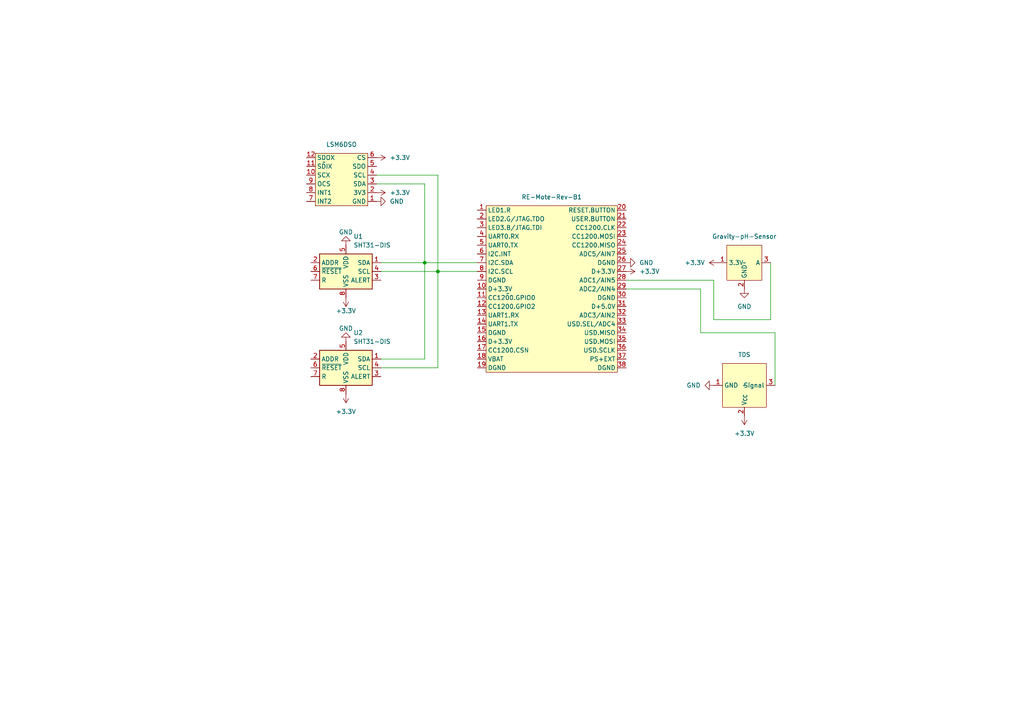
<source format=kicad_sch>
(kicad_sch (version 20230121) (generator eeschema)

  (uuid c4c095d7-305c-48a6-91e8-897583e54c0c)

  (paper "A4")

  (title_block
    (title "Senior Project December 2023")
    (date "2023-11-19")
    (rev "1")
    (company "Florida International University")
    (comment 1 "Schematic for Senior Design")
  )

  (lib_symbols
    (symbol "Sensor_Humidity:SHT31-DIS" (in_bom yes) (on_board yes)
      (property "Reference" "U" (at -6.35 6.35 0)
        (effects (font (size 1.27 1.27)))
      )
      (property "Value" "SHT31-DIS" (at 6.35 6.35 0)
        (effects (font (size 1.27 1.27)))
      )
      (property "Footprint" "Sensor_Humidity:Sensirion_DFN-8-1EP_2.5x2.5mm_P0.5mm_EP1.1x1.7mm" (at 0 1.27 0)
        (effects (font (size 1.27 1.27)) hide)
      )
      (property "Datasheet" "https://www.sensirion.com/fileadmin/user_upload/customers/sensirion/Dokumente/2_Humidity_Sensors/Datasheets/Sensirion_Humidity_Sensors_SHT3x_Datasheet_digital.pdf" (at 0 1.27 0)
        (effects (font (size 1.27 1.27)) hide)
      )
      (property "ki_keywords" "digital temperature humidity i2c" (at 0 0 0)
        (effects (font (size 1.27 1.27)) hide)
      )
      (property "ki_description" "I²C humidity and temperature sensor, ±2%RH, ±0.2°C, DFN-8" (at 0 0 0)
        (effects (font (size 1.27 1.27)) hide)
      )
      (property "ki_fp_filters" "Sensirion*DFN*1EP*2.5x2.5mm*P0.5mm*" (at 0 0 0)
        (effects (font (size 1.27 1.27)) hide)
      )
      (symbol "SHT31-DIS_0_1"
        (rectangle (start -7.62 5.08) (end 7.62 -5.08)
          (stroke (width 0.254) (type default))
          (fill (type background))
        )
      )
      (symbol "SHT31-DIS_1_1"
        (pin bidirectional line (at 10.16 2.54 180) (length 2.54)
          (name "SDA" (effects (font (size 1.27 1.27))))
          (number "1" (effects (font (size 1.27 1.27))))
        )
        (pin input line (at -10.16 2.54 0) (length 2.54)
          (name "ADDR" (effects (font (size 1.27 1.27))))
          (number "2" (effects (font (size 1.27 1.27))))
        )
        (pin output line (at 10.16 -2.54 180) (length 2.54)
          (name "ALERT" (effects (font (size 1.27 1.27))))
          (number "3" (effects (font (size 1.27 1.27))))
        )
        (pin input line (at 10.16 0 180) (length 2.54)
          (name "SCL" (effects (font (size 1.27 1.27))))
          (number "4" (effects (font (size 1.27 1.27))))
        )
        (pin power_in line (at 0 7.62 270) (length 2.54)
          (name "VDD" (effects (font (size 1.27 1.27))))
          (number "5" (effects (font (size 1.27 1.27))))
        )
        (pin input line (at -10.16 0 0) (length 2.54)
          (name "~{RESET}" (effects (font (size 1.27 1.27))))
          (number "6" (effects (font (size 1.27 1.27))))
        )
        (pin passive line (at -10.16 -2.54 0) (length 2.54)
          (name "R" (effects (font (size 1.27 1.27))))
          (number "7" (effects (font (size 1.27 1.27))))
        )
        (pin power_in line (at 0 -7.62 90) (length 2.54)
          (name "VSS" (effects (font (size 1.27 1.27))))
          (number "8" (effects (font (size 1.27 1.27))))
        )
        (pin passive line (at 0 -7.62 90) (length 2.54) hide
          (name "VSS" (effects (font (size 1.27 1.27))))
          (number "9" (effects (font (size 1.27 1.27))))
        )
      )
    )
    (symbol "atlas-scientific-gravity-ph-sensor:gravity-ph-sensor" (in_bom yes) (on_board yes)
      (property "Reference" "U" (at 0 6.35 0)
        (effects (font (size 1.27 1.27)))
      )
      (property "Value" "" (at 0 0 0)
        (effects (font (size 1.27 1.27)))
      )
      (property "Footprint" "" (at 0 0 0)
        (effects (font (size 1.27 1.27)) hide)
      )
      (property "Datasheet" "" (at 0 0 0)
        (effects (font (size 1.27 1.27)) hide)
      )
      (symbol "gravity-ph-sensor_1_1"
        (rectangle (start -5.08 5.08) (end 5.08 -5.08)
          (stroke (width 0) (type default))
          (fill (type background))
        )
        (pin power_in line (at -7.62 0 0) (length 2.54)
          (name "3.3V" (effects (font (size 1.27 1.27))))
          (number "1" (effects (font (size 1.27 1.27))))
        )
        (pin power_in line (at 0 -7.62 90) (length 2.54)
          (name "GND" (effects (font (size 1.27 1.27))))
          (number "2" (effects (font (size 1.27 1.27))))
        )
        (pin output line (at 7.62 0 180) (length 2.54)
          (name "A" (effects (font (size 1.27 1.27))))
          (number "3" (effects (font (size 1.27 1.27))))
        )
      )
    )
    (symbol "cqrobot-tds-sensor:cqrobot-tds-sensor" (in_bom yes) (on_board yes)
      (property "Reference" "U" (at 0 7.62 0)
        (effects (font (size 1.27 1.27)))
      )
      (property "Value" "" (at 0 0 0)
        (effects (font (size 1.27 1.27)))
      )
      (property "Footprint" "" (at 0 0 0)
        (effects (font (size 1.27 1.27)) hide)
      )
      (property "Datasheet" "" (at 0 0 0)
        (effects (font (size 1.27 1.27)) hide)
      )
      (symbol "cqrobot-tds-sensor_1_1"
        (rectangle (start -6.35 6.35) (end 6.35 -6.35)
          (stroke (width 0) (type default))
          (fill (type background))
        )
        (pin power_in line (at -8.89 0 0) (length 2.54)
          (name "GND" (effects (font (size 1.27 1.27))))
          (number "1" (effects (font (size 1.27 1.27))))
        )
        (pin power_in line (at 0 -8.89 90) (length 2.54)
          (name "V_{CC}" (effects (font (size 1.27 1.27))))
          (number "2" (effects (font (size 1.27 1.27))))
        )
        (pin output line (at 8.89 0 180) (length 2.54)
          (name "Signal" (effects (font (size 1.27 1.27))))
          (number "3" (effects (font (size 1.27 1.27))))
        )
      )
    )
    (symbol "power:+3.3V" (power) (pin_names (offset 0)) (in_bom yes) (on_board yes)
      (property "Reference" "#PWR" (at 0 -3.81 0)
        (effects (font (size 1.27 1.27)) hide)
      )
      (property "Value" "+3.3V" (at 0 3.556 0)
        (effects (font (size 1.27 1.27)))
      )
      (property "Footprint" "" (at 0 0 0)
        (effects (font (size 1.27 1.27)) hide)
      )
      (property "Datasheet" "" (at 0 0 0)
        (effects (font (size 1.27 1.27)) hide)
      )
      (property "ki_keywords" "global power" (at 0 0 0)
        (effects (font (size 1.27 1.27)) hide)
      )
      (property "ki_description" "Power symbol creates a global label with name \"+3.3V\"" (at 0 0 0)
        (effects (font (size 1.27 1.27)) hide)
      )
      (symbol "+3.3V_0_1"
        (polyline
          (pts
            (xy -0.762 1.27)
            (xy 0 2.54)
          )
          (stroke (width 0) (type default))
          (fill (type none))
        )
        (polyline
          (pts
            (xy 0 0)
            (xy 0 2.54)
          )
          (stroke (width 0) (type default))
          (fill (type none))
        )
        (polyline
          (pts
            (xy 0 2.54)
            (xy 0.762 1.27)
          )
          (stroke (width 0) (type default))
          (fill (type none))
        )
      )
      (symbol "+3.3V_1_1"
        (pin power_in line (at 0 0 90) (length 0) hide
          (name "+3.3V" (effects (font (size 1.27 1.27))))
          (number "1" (effects (font (size 1.27 1.27))))
        )
      )
    )
    (symbol "power:GND" (power) (pin_names (offset 0)) (in_bom yes) (on_board yes)
      (property "Reference" "#PWR" (at 0 -6.35 0)
        (effects (font (size 1.27 1.27)) hide)
      )
      (property "Value" "GND" (at 0 -3.81 0)
        (effects (font (size 1.27 1.27)))
      )
      (property "Footprint" "" (at 0 0 0)
        (effects (font (size 1.27 1.27)) hide)
      )
      (property "Datasheet" "" (at 0 0 0)
        (effects (font (size 1.27 1.27)) hide)
      )
      (property "ki_keywords" "global power" (at 0 0 0)
        (effects (font (size 1.27 1.27)) hide)
      )
      (property "ki_description" "Power symbol creates a global label with name \"GND\" , ground" (at 0 0 0)
        (effects (font (size 1.27 1.27)) hide)
      )
      (symbol "GND_0_1"
        (polyline
          (pts
            (xy 0 0)
            (xy 0 -1.27)
            (xy 1.27 -1.27)
            (xy 0 -2.54)
            (xy -1.27 -1.27)
            (xy 0 -1.27)
          )
          (stroke (width 0) (type default))
          (fill (type none))
        )
      )
      (symbol "GND_1_1"
        (pin power_in line (at 0 0 270) (length 0) hide
          (name "GND" (effects (font (size 1.27 1.27))))
          (number "1" (effects (font (size 1.27 1.27))))
        )
      )
    )
    (symbol "sparkfun-lsm6dso:LSM6DSO" (in_bom yes) (on_board yes)
      (property "Reference" "LSM6DSO" (at 0 15.24 0)
        (effects (font (size 1.27 1.27)))
      )
      (property "Value" "" (at 5.08 -5.08 0)
        (effects (font (size 1.27 1.27)))
      )
      (property "Footprint" "" (at 5.08 -5.08 0)
        (effects (font (size 1.27 1.27)) hide)
      )
      (property "Datasheet" "" (at 5.08 -5.08 0)
        (effects (font (size 1.27 1.27)) hide)
      )
      (symbol "LSM6DSO_1_1"
        (rectangle (start -7.62 7.62) (end 7.62 -7.62)
          (stroke (width 0) (type default))
          (fill (type background))
        )
        (pin power_in line (at -10.16 6.35 0) (length 2.54)
          (name "GND" (effects (font (size 1.27 1.27))))
          (number "1" (effects (font (size 1.27 1.27))))
        )
        (pin output line (at 10.16 -1.27 180) (length 2.54)
          (name "SCX" (effects (font (size 1.27 1.27))))
          (number "10" (effects (font (size 1.27 1.27))))
        )
        (pin output line (at 10.16 -3.81 180) (length 2.54)
          (name "SDIX" (effects (font (size 1.27 1.27))))
          (number "11" (effects (font (size 1.27 1.27))))
        )
        (pin output line (at 10.16 -6.35 180) (length 2.54)
          (name "SDOX" (effects (font (size 1.27 1.27))))
          (number "12" (effects (font (size 1.27 1.27))))
        )
        (pin power_in line (at -10.16 3.81 0) (length 2.54)
          (name "3V3" (effects (font (size 1.27 1.27))))
          (number "2" (effects (font (size 1.27 1.27))))
        )
        (pin input line (at -10.16 1.27 0) (length 2.54)
          (name "SDA" (effects (font (size 1.27 1.27))))
          (number "3" (effects (font (size 1.27 1.27))))
        )
        (pin input line (at -10.16 -1.27 0) (length 2.54)
          (name "SCL" (effects (font (size 1.27 1.27))))
          (number "4" (effects (font (size 1.27 1.27))))
        )
        (pin input line (at -10.16 -3.81 0) (length 2.54)
          (name "SDO" (effects (font (size 1.27 1.27))))
          (number "5" (effects (font (size 1.27 1.27))))
        )
        (pin input line (at -10.16 -6.35 0) (length 2.54)
          (name "CS" (effects (font (size 1.27 1.27))))
          (number "6" (effects (font (size 1.27 1.27))))
        )
        (pin output line (at 10.16 6.35 180) (length 2.54)
          (name "INT2" (effects (font (size 1.27 1.27))))
          (number "7" (effects (font (size 1.27 1.27))))
        )
        (pin output line (at 10.16 3.81 180) (length 2.54)
          (name "INT1" (effects (font (size 1.27 1.27))))
          (number "8" (effects (font (size 1.27 1.27))))
        )
        (pin output line (at 10.16 1.27 180) (length 2.54)
          (name "OCS" (effects (font (size 1.27 1.27))))
          (number "9" (effects (font (size 1.27 1.27))))
        )
      )
    )
    (symbol "zolertia-remote-revb:RE-Mote_Rev_B" (in_bom yes) (on_board yes)
      (property "Reference" "RE-Mote-Rev-B" (at 0 27.94 0)
        (effects (font (size 1.27 1.27)))
      )
      (property "Value" "" (at -12.7 -1.27 0)
        (effects (font (size 1.27 1.27)))
      )
      (property "Footprint" "" (at -12.7 -1.27 0)
        (effects (font (size 1.27 1.27)) hide)
      )
      (property "Datasheet" "" (at -12.7 -1.27 0)
        (effects (font (size 1.27 1.27)) hide)
      )
      (symbol "RE-Mote_Rev_B_1_1"
        (rectangle (start -19.05 24.13) (end 19.05 -24.13)
          (stroke (width 0) (type default))
          (fill (type background))
        )
        (pin input line (at -21.59 22.86 0) (length 2.54)
          (name "LED1.R" (effects (font (size 1.27 1.27))))
          (number "1" (effects (font (size 1.27 1.27))))
        )
        (pin power_out line (at -21.59 0 0) (length 2.54)
          (name "D+3.3V" (effects (font (size 1.27 1.27))))
          (number "10" (effects (font (size 1.27 1.27))))
        )
        (pin bidirectional line (at -21.59 -2.54 0) (length 2.54)
          (name "CC1200.GPIO0" (effects (font (size 1.27 1.27))))
          (number "11" (effects (font (size 1.27 1.27))))
        )
        (pin bidirectional line (at -21.59 -5.08 0) (length 2.54)
          (name "CC1200.GPIO2" (effects (font (size 1.27 1.27))))
          (number "12" (effects (font (size 1.27 1.27))))
        )
        (pin bidirectional line (at -21.59 -7.62 0) (length 2.54)
          (name "UART1.RX" (effects (font (size 1.27 1.27))))
          (number "13" (effects (font (size 1.27 1.27))))
        )
        (pin bidirectional line (at -21.59 -10.16 0) (length 2.54)
          (name "UART1.TX" (effects (font (size 1.27 1.27))))
          (number "14" (effects (font (size 1.27 1.27))))
        )
        (pin power_in line (at -21.59 -12.7 0) (length 2.54)
          (name "DGND" (effects (font (size 1.27 1.27))))
          (number "15" (effects (font (size 1.27 1.27))))
        )
        (pin power_in line (at -21.59 -15.24 0) (length 2.54)
          (name "D+3.3V" (effects (font (size 1.27 1.27))))
          (number "16" (effects (font (size 1.27 1.27))))
        )
        (pin bidirectional line (at -21.59 -17.78 0) (length 2.54)
          (name "CC1200.CSN" (effects (font (size 1.27 1.27))))
          (number "17" (effects (font (size 1.27 1.27))))
        )
        (pin power_in line (at -21.59 -20.32 0) (length 2.54)
          (name "VBAT" (effects (font (size 1.27 1.27))))
          (number "18" (effects (font (size 1.27 1.27))))
        )
        (pin power_in line (at -21.59 -22.86 0) (length 2.54)
          (name "DGND" (effects (font (size 1.27 1.27))))
          (number "19" (effects (font (size 1.27 1.27))))
        )
        (pin input line (at -21.59 20.32 0) (length 2.54)
          (name "LED2.G/JTAG.TDO" (effects (font (size 1.27 1.27))))
          (number "2" (effects (font (size 1.27 1.27))))
        )
        (pin unspecified line (at 21.59 22.86 180) (length 2.54)
          (name "RESET.BUTTON" (effects (font (size 1.27 1.27))))
          (number "20" (effects (font (size 1.27 1.27))))
        )
        (pin unspecified line (at 21.59 20.32 180) (length 2.54)
          (name "USER.BUTTON" (effects (font (size 1.27 1.27))))
          (number "21" (effects (font (size 1.27 1.27))))
        )
        (pin output line (at 21.59 17.78 180) (length 2.54)
          (name "CC1200.CLK" (effects (font (size 1.27 1.27))))
          (number "22" (effects (font (size 1.27 1.27))))
        )
        (pin output line (at 21.59 15.24 180) (length 2.54)
          (name "CC1200.MOSI" (effects (font (size 1.27 1.27))))
          (number "23" (effects (font (size 1.27 1.27))))
        )
        (pin input line (at 21.59 12.7 180) (length 2.54)
          (name "CC1200.MISO" (effects (font (size 1.27 1.27))))
          (number "24" (effects (font (size 1.27 1.27))))
        )
        (pin input line (at 21.59 10.16 180) (length 2.54)
          (name "ADC5/AIN7" (effects (font (size 1.27 1.27))))
          (number "25" (effects (font (size 1.27 1.27))))
        )
        (pin power_in line (at 21.59 7.62 180) (length 2.54)
          (name "DGND" (effects (font (size 1.27 1.27))))
          (number "26" (effects (font (size 1.27 1.27))))
        )
        (pin power_out line (at 21.59 5.08 180) (length 2.54)
          (name "D+3.3V" (effects (font (size 1.27 1.27))))
          (number "27" (effects (font (size 1.27 1.27))))
        )
        (pin input line (at 21.59 2.54 180) (length 2.54)
          (name "ADC1/AIN5" (effects (font (size 1.27 1.27))))
          (number "28" (effects (font (size 1.27 1.27))))
        )
        (pin input line (at 21.59 0 180) (length 2.54)
          (name "ADC2/AIN4" (effects (font (size 1.27 1.27))))
          (number "29" (effects (font (size 1.27 1.27))))
        )
        (pin input line (at -21.59 17.78 0) (length 2.54)
          (name "LED3.B/JTAG.TDI" (effects (font (size 1.27 1.27))))
          (number "3" (effects (font (size 1.27 1.27))))
        )
        (pin power_in line (at 21.59 -2.54 180) (length 2.54)
          (name "DGND" (effects (font (size 1.27 1.27))))
          (number "30" (effects (font (size 1.27 1.27))))
        )
        (pin power_out line (at 21.59 -5.08 180) (length 2.54)
          (name "D+5.0V" (effects (font (size 1.27 1.27))))
          (number "31" (effects (font (size 1.27 1.27))))
        )
        (pin input line (at 21.59 -7.62 180) (length 2.54)
          (name "ADC3/AIN2" (effects (font (size 1.27 1.27))))
          (number "32" (effects (font (size 1.27 1.27))))
        )
        (pin input line (at 21.59 -10.16 180) (length 2.54)
          (name "USD.SEL/ADC4" (effects (font (size 1.27 1.27))))
          (number "33" (effects (font (size 1.27 1.27))))
        )
        (pin input line (at 21.59 -12.7 180) (length 2.54)
          (name "USD.MISO" (effects (font (size 1.27 1.27))))
          (number "34" (effects (font (size 1.27 1.27))))
        )
        (pin output line (at 21.59 -15.24 180) (length 2.54)
          (name "USD.MOSI" (effects (font (size 1.27 1.27))))
          (number "35" (effects (font (size 1.27 1.27))))
        )
        (pin output line (at 21.59 -17.78 180) (length 2.54)
          (name "USD.SCLK" (effects (font (size 1.27 1.27))))
          (number "36" (effects (font (size 1.27 1.27))))
        )
        (pin input line (at 21.59 -20.32 180) (length 2.54)
          (name "PS+EXT" (effects (font (size 1.27 1.27))))
          (number "37" (effects (font (size 1.27 1.27))))
        )
        (pin input line (at 21.59 -22.86 180) (length 2.54)
          (name "DGND" (effects (font (size 1.27 1.27))))
          (number "38" (effects (font (size 1.27 1.27))))
        )
        (pin input line (at -21.59 15.24 0) (length 2.54)
          (name "UART0.RX" (effects (font (size 1.27 1.27))))
          (number "4" (effects (font (size 1.27 1.27))))
        )
        (pin input line (at -21.59 12.7 0) (length 2.54)
          (name "UART0.TX" (effects (font (size 1.27 1.27))))
          (number "5" (effects (font (size 1.27 1.27))))
        )
        (pin input line (at -21.59 10.16 0) (length 2.54)
          (name "I2C.INT" (effects (font (size 1.27 1.27))))
          (number "6" (effects (font (size 1.27 1.27))))
        )
        (pin input line (at -21.59 7.62 0) (length 2.54)
          (name "I2C.SDA" (effects (font (size 1.27 1.27))))
          (number "7" (effects (font (size 1.27 1.27))))
        )
        (pin input line (at -21.59 5.08 0) (length 2.54)
          (name "I2C.SCL" (effects (font (size 1.27 1.27))))
          (number "8" (effects (font (size 1.27 1.27))))
        )
        (pin power_in line (at -21.59 2.54 0) (length 2.54)
          (name "DGND" (effects (font (size 1.27 1.27))))
          (number "9" (effects (font (size 1.27 1.27))))
        )
      )
    )
  )

  (junction (at 123.19 76.2) (diameter 0) (color 0 0 0 0)
    (uuid 136aa2dc-a10e-41b1-980b-8529cc27e8ef)
  )
  (junction (at 127 78.74) (diameter 0) (color 0 0 0 0)
    (uuid cf26fb6a-68ef-4184-ac1f-401b3d0d5424)
  )

  (wire (pts (xy 110.49 106.68) (xy 127 106.68))
    (stroke (width 0) (type default))
    (uuid 067afbf7-fe4a-473c-9668-5c0e0f6aeffe)
  )
  (wire (pts (xy 207.01 81.28) (xy 181.61 81.28))
    (stroke (width 0) (type default))
    (uuid 2ba2a231-cb91-42d2-9882-629af6deb25f)
  )
  (wire (pts (xy 123.19 76.2) (xy 138.43 76.2))
    (stroke (width 0) (type default))
    (uuid 2d55c481-5dc5-498e-abf8-e1513241fd42)
  )
  (wire (pts (xy 224.79 111.76) (xy 224.79 96.52))
    (stroke (width 0) (type default))
    (uuid 32da0b74-77d5-4579-a7df-d0de10367b03)
  )
  (wire (pts (xy 203.2 96.52) (xy 203.2 83.82))
    (stroke (width 0) (type default))
    (uuid 404f0035-c757-4bd8-a42c-ff3eeebe831a)
  )
  (wire (pts (xy 109.22 50.8) (xy 127 50.8))
    (stroke (width 0) (type default))
    (uuid 40f4846a-0a83-4ba7-9b52-75c802c105cb)
  )
  (wire (pts (xy 223.52 92.71) (xy 207.01 92.71))
    (stroke (width 0) (type default))
    (uuid 46543a36-09b9-4f59-a912-21bade265780)
  )
  (wire (pts (xy 224.79 96.52) (xy 203.2 96.52))
    (stroke (width 0) (type default))
    (uuid 50feb670-9449-4268-965e-d5fdb933a84b)
  )
  (wire (pts (xy 110.49 76.2) (xy 123.19 76.2))
    (stroke (width 0) (type default))
    (uuid 681c068a-96e5-4ebf-a66a-d73678e3d976)
  )
  (wire (pts (xy 127 50.8) (xy 127 78.74))
    (stroke (width 0) (type default))
    (uuid 6a4b8f7e-7c53-49b8-9050-0308cb43f768)
  )
  (wire (pts (xy 127 78.74) (xy 138.43 78.74))
    (stroke (width 0) (type default))
    (uuid 9e9d7176-f02a-4041-8725-b211a42985ad)
  )
  (wire (pts (xy 223.52 76.2) (xy 223.52 92.71))
    (stroke (width 0) (type default))
    (uuid a3e47d91-32a2-4f1b-bcfc-08ca11420a55)
  )
  (wire (pts (xy 109.22 53.34) (xy 123.19 53.34))
    (stroke (width 0) (type default))
    (uuid a69ef938-026d-471c-97e3-a5952e7c67f6)
  )
  (wire (pts (xy 123.19 53.34) (xy 123.19 76.2))
    (stroke (width 0) (type default))
    (uuid a6f8008e-c44e-4f3b-8fb6-2dff44925f4f)
  )
  (wire (pts (xy 127 106.68) (xy 127 78.74))
    (stroke (width 0) (type default))
    (uuid a999d76e-49a5-4eaf-ba70-3611e0bb61bc)
  )
  (wire (pts (xy 123.19 76.2) (xy 123.19 104.14))
    (stroke (width 0) (type default))
    (uuid bc3ecdb6-357b-469c-90fa-c0ef9cd579d3)
  )
  (wire (pts (xy 110.49 104.14) (xy 123.19 104.14))
    (stroke (width 0) (type default))
    (uuid c1eb4249-5953-44a4-afe3-11c2ae587e51)
  )
  (wire (pts (xy 207.01 92.71) (xy 207.01 81.28))
    (stroke (width 0) (type default))
    (uuid c726b7a9-adfc-403e-84ca-1f31e1588d81)
  )
  (wire (pts (xy 203.2 83.82) (xy 181.61 83.82))
    (stroke (width 0) (type default))
    (uuid f0bd2516-1ace-49c2-8d33-3bc5bbacad11)
  )
  (wire (pts (xy 110.49 78.74) (xy 127 78.74))
    (stroke (width 0) (type default))
    (uuid f1aa4aba-a2fb-42aa-837b-40244958455d)
  )

  (symbol (lib_id "Sensor_Humidity:SHT31-DIS") (at 100.33 78.74 0) (unit 1)
    (in_bom yes) (on_board yes) (dnp no) (fields_autoplaced)
    (uuid 2519e7b3-add3-4f41-9f5c-1ada252967ba)
    (property "Reference" "U1" (at 102.5241 68.58 0)
      (effects (font (size 1.27 1.27)) (justify left))
    )
    (property "Value" "SHT31-DIS" (at 102.5241 71.12 0)
      (effects (font (size 1.27 1.27)) (justify left))
    )
    (property "Footprint" "Sensor_Humidity:Sensirion_DFN-8-1EP_2.5x2.5mm_P0.5mm_EP1.1x1.7mm" (at 100.33 77.47 0)
      (effects (font (size 1.27 1.27)) hide)
    )
    (property "Datasheet" "https://www.sensirion.com/fileadmin/user_upload/customers/sensirion/Dokumente/2_Humidity_Sensors/Datasheets/Sensirion_Humidity_Sensors_SHT3x_Datasheet_digital.pdf" (at 100.33 77.47 0)
      (effects (font (size 1.27 1.27)) hide)
    )
    (pin "1" (uuid 71b559fe-2eb2-46f8-9b9b-ff98409c4f72))
    (pin "2" (uuid 2cce2635-ba11-4561-a134-da3602c46028))
    (pin "3" (uuid 872f6cfe-ab89-4de7-abd1-16dfd67afbf5))
    (pin "4" (uuid c785ba8d-d19e-46c1-8dfc-f4816f0dcb11))
    (pin "5" (uuid 31ccaa7a-ec81-4119-a3a7-0928dd2e411a))
    (pin "6" (uuid 24eca56b-c97a-4b9d-8bda-00fb38e0a635))
    (pin "7" (uuid 2a170814-fe8d-491c-9dac-fc687256c647))
    (pin "8" (uuid b3bd9153-b856-4384-8398-1450a58b2b7b))
    (pin "9" (uuid bc08549c-6781-46e4-a050-3c6c8f5acfcb))
    (instances
      (project "senior-project"
        (path "/c4c095d7-305c-48a6-91e8-897583e54c0c"
          (reference "U1") (unit 1)
        )
      )
    )
  )

  (symbol (lib_id "atlas-scientific-gravity-ph-sensor:gravity-ph-sensor") (at 215.9 76.2 0) (unit 1)
    (in_bom yes) (on_board yes) (dnp no) (fields_autoplaced)
    (uuid 492f983a-3abe-4f89-83ac-471d0ee88d1f)
    (property "Reference" "Gravity-pH-Sensor" (at 215.9 68.58 0)
      (effects (font (size 1.27 1.27)))
    )
    (property "Value" "~" (at 215.9 76.2 0)
      (effects (font (size 1.27 1.27)))
    )
    (property "Footprint" "" (at 215.9 76.2 0)
      (effects (font (size 1.27 1.27)) hide)
    )
    (property "Datasheet" "" (at 215.9 76.2 0)
      (effects (font (size 1.27 1.27)) hide)
    )
    (pin "1" (uuid 2aa022fa-3c3b-45c9-85ce-24cf7a9c2b95))
    (pin "2" (uuid 49f7e10f-1011-4969-8139-f19cb63b8b13))
    (pin "3" (uuid 4e6ed0d8-52ba-40ad-8c16-0679b13f810b))
    (instances
      (project "senior-project"
        (path "/c4c095d7-305c-48a6-91e8-897583e54c0c"
          (reference "Gravity-pH-Sensor") (unit 1)
        )
      )
    )
  )

  (symbol (lib_id "power:GND") (at 100.33 99.06 180) (unit 1)
    (in_bom yes) (on_board yes) (dnp no)
    (uuid 4c151015-6ef1-46df-940d-1faf30d1d380)
    (property "Reference" "#PWR09" (at 100.33 92.71 0)
      (effects (font (size 1.27 1.27)) hide)
    )
    (property "Value" "GND" (at 100.33 95.25 0)
      (effects (font (size 1.27 1.27)))
    )
    (property "Footprint" "" (at 100.33 99.06 0)
      (effects (font (size 1.27 1.27)) hide)
    )
    (property "Datasheet" "" (at 100.33 99.06 0)
      (effects (font (size 1.27 1.27)) hide)
    )
    (pin "1" (uuid 64922858-9868-4158-9f54-29f7aad00ab4))
    (instances
      (project "senior-project"
        (path "/c4c095d7-305c-48a6-91e8-897583e54c0c"
          (reference "#PWR09") (unit 1)
        )
      )
    )
  )

  (symbol (lib_id "cqrobot-tds-sensor:cqrobot-tds-sensor") (at 215.9 111.76 0) (unit 1)
    (in_bom yes) (on_board yes) (dnp no) (fields_autoplaced)
    (uuid 5a61357a-f8d1-4c44-bb8e-b8823852ffc6)
    (property "Reference" "TDS" (at 215.9 102.87 0)
      (effects (font (size 1.27 1.27)))
    )
    (property "Value" "~" (at 215.9 111.76 0)
      (effects (font (size 1.27 1.27)))
    )
    (property "Footprint" "" (at 215.9 111.76 0)
      (effects (font (size 1.27 1.27)) hide)
    )
    (property "Datasheet" "" (at 215.9 111.76 0)
      (effects (font (size 1.27 1.27)) hide)
    )
    (pin "1" (uuid 091cd3ba-08e4-469c-9be5-35c178f3a66c))
    (pin "2" (uuid f61fcf80-981e-4bd4-8cf9-602fee10743d))
    (pin "3" (uuid 95423c5c-a2ba-467b-8477-a0bc868992f4))
    (instances
      (project "senior-project"
        (path "/c4c095d7-305c-48a6-91e8-897583e54c0c"
          (reference "TDS") (unit 1)
        )
      )
    )
  )

  (symbol (lib_id "sparkfun-lsm6dso:LSM6DSO") (at 99.06 52.07 180) (unit 1)
    (in_bom yes) (on_board yes) (dnp no) (fields_autoplaced)
    (uuid 63cf93ea-a7d2-4957-be7c-5cb298fded96)
    (property "Reference" "LSM6DSO" (at 99.06 41.91 0)
      (effects (font (size 1.27 1.27)))
    )
    (property "Value" "~" (at 93.98 46.99 0)
      (effects (font (size 1.27 1.27)))
    )
    (property "Footprint" "" (at 93.98 46.99 0)
      (effects (font (size 1.27 1.27)) hide)
    )
    (property "Datasheet" "" (at 93.98 46.99 0)
      (effects (font (size 1.27 1.27)) hide)
    )
    (pin "1" (uuid 9207e793-61be-4390-af0a-588c90320567))
    (pin "10" (uuid df1d4452-659f-4b88-8c4b-b787446bdf4e))
    (pin "11" (uuid dfeabe7d-2a97-4d98-a988-e24801aca9f9))
    (pin "12" (uuid 7364e82f-3ef6-434e-a612-1f74b3682e72))
    (pin "2" (uuid d8161139-1e10-4a2a-9349-c25f879c15b8))
    (pin "3" (uuid 78b6f0af-350a-447f-8a31-39a7e6cadc6b))
    (pin "4" (uuid 2de75903-4143-4499-ae24-c2a0197af358))
    (pin "5" (uuid 95a8bfbf-0ad3-4456-a407-595e2d26b4df))
    (pin "6" (uuid 6f435c0c-af47-4c16-8150-b85b85b186e1))
    (pin "7" (uuid 4cf03f5f-2671-499c-80e7-e2541c7cb443))
    (pin "8" (uuid b259f26a-5af5-4f52-b63b-4f06bc29b048))
    (pin "9" (uuid a6dd3414-1f54-4648-a0ce-5da473ece042))
    (instances
      (project "senior-project"
        (path "/c4c095d7-305c-48a6-91e8-897583e54c0c"
          (reference "LSM6DSO") (unit 1)
        )
      )
    )
  )

  (symbol (lib_id "power:+3.3V") (at 215.9 120.65 180) (unit 1)
    (in_bom yes) (on_board yes) (dnp no) (fields_autoplaced)
    (uuid 640cc97b-57be-4a5c-805d-63089decf2ea)
    (property "Reference" "#PWR012" (at 215.9 116.84 0)
      (effects (font (size 1.27 1.27)) hide)
    )
    (property "Value" "+3.3V" (at 215.9 125.73 0)
      (effects (font (size 1.27 1.27)))
    )
    (property "Footprint" "" (at 215.9 120.65 0)
      (effects (font (size 1.27 1.27)) hide)
    )
    (property "Datasheet" "" (at 215.9 120.65 0)
      (effects (font (size 1.27 1.27)) hide)
    )
    (pin "1" (uuid abe15913-2a96-47f8-b0b3-9ddda3ee0d20))
    (instances
      (project "senior-project"
        (path "/c4c095d7-305c-48a6-91e8-897583e54c0c"
          (reference "#PWR012") (unit 1)
        )
      )
    )
  )

  (symbol (lib_id "power:GND") (at 100.33 71.12 180) (unit 1)
    (in_bom yes) (on_board yes) (dnp no)
    (uuid 71512b8c-c1c3-4146-b15d-df00cc2c064b)
    (property "Reference" "#PWR08" (at 100.33 64.77 0)
      (effects (font (size 1.27 1.27)) hide)
    )
    (property "Value" "GND" (at 100.33 67.31 0)
      (effects (font (size 1.27 1.27)))
    )
    (property "Footprint" "" (at 100.33 71.12 0)
      (effects (font (size 1.27 1.27)) hide)
    )
    (property "Datasheet" "" (at 100.33 71.12 0)
      (effects (font (size 1.27 1.27)) hide)
    )
    (pin "1" (uuid f63d38ec-d490-4a3c-b86d-1ab80ba9144a))
    (instances
      (project "senior-project"
        (path "/c4c095d7-305c-48a6-91e8-897583e54c0c"
          (reference "#PWR08") (unit 1)
        )
      )
    )
  )

  (symbol (lib_id "power:GND") (at 181.61 76.2 90) (unit 1)
    (in_bom yes) (on_board yes) (dnp no) (fields_autoplaced)
    (uuid 738c07fc-2c49-4629-abc2-883b88e718f6)
    (property "Reference" "#PWR01" (at 187.96 76.2 0)
      (effects (font (size 1.27 1.27)) hide)
    )
    (property "Value" "GND" (at 185.42 76.2 90)
      (effects (font (size 1.27 1.27)) (justify right))
    )
    (property "Footprint" "" (at 181.61 76.2 0)
      (effects (font (size 1.27 1.27)) hide)
    )
    (property "Datasheet" "" (at 181.61 76.2 0)
      (effects (font (size 1.27 1.27)) hide)
    )
    (pin "1" (uuid 302a4cbf-6a5c-45fc-b3b1-a09bc43ff1eb))
    (instances
      (project "senior-project"
        (path "/c4c095d7-305c-48a6-91e8-897583e54c0c"
          (reference "#PWR01") (unit 1)
        )
      )
    )
  )

  (symbol (lib_id "power:+3.3V") (at 100.33 114.3 180) (unit 1)
    (in_bom yes) (on_board yes) (dnp no) (fields_autoplaced)
    (uuid 742de426-f8f4-4d88-a58c-feca2d9bb958)
    (property "Reference" "#PWR06" (at 100.33 110.49 0)
      (effects (font (size 1.27 1.27)) hide)
    )
    (property "Value" "+3.3V" (at 100.33 119.38 0)
      (effects (font (size 1.27 1.27)))
    )
    (property "Footprint" "" (at 100.33 114.3 0)
      (effects (font (size 1.27 1.27)) hide)
    )
    (property "Datasheet" "" (at 100.33 114.3 0)
      (effects (font (size 1.27 1.27)) hide)
    )
    (pin "1" (uuid 6a100d10-c213-427e-a1b3-8da56c605dfa))
    (instances
      (project "senior-project"
        (path "/c4c095d7-305c-48a6-91e8-897583e54c0c"
          (reference "#PWR06") (unit 1)
        )
      )
    )
  )

  (symbol (lib_id "power:+3.3V") (at 181.61 78.74 270) (unit 1)
    (in_bom yes) (on_board yes) (dnp no) (fields_autoplaced)
    (uuid 8039760d-4adc-40d4-870f-e3be9fdbf106)
    (property "Reference" "#PWR03" (at 177.8 78.74 0)
      (effects (font (size 1.27 1.27)) hide)
    )
    (property "Value" "+3.3V" (at 185.42 78.74 90)
      (effects (font (size 1.27 1.27)) (justify left))
    )
    (property "Footprint" "" (at 181.61 78.74 0)
      (effects (font (size 1.27 1.27)) hide)
    )
    (property "Datasheet" "" (at 181.61 78.74 0)
      (effects (font (size 1.27 1.27)) hide)
    )
    (pin "1" (uuid 83ea8dd0-0f0f-4902-8e81-9860b3dd2e71))
    (instances
      (project "senior-project"
        (path "/c4c095d7-305c-48a6-91e8-897583e54c0c"
          (reference "#PWR03") (unit 1)
        )
      )
    )
  )

  (symbol (lib_id "power:GND") (at 215.9 83.82 0) (unit 1)
    (in_bom yes) (on_board yes) (dnp no) (fields_autoplaced)
    (uuid 8b968fbb-597b-45ae-8f47-f3c26bde7c4e)
    (property "Reference" "#PWR010" (at 215.9 90.17 0)
      (effects (font (size 1.27 1.27)) hide)
    )
    (property "Value" "GND" (at 215.9 88.9 0)
      (effects (font (size 1.27 1.27)))
    )
    (property "Footprint" "" (at 215.9 83.82 0)
      (effects (font (size 1.27 1.27)) hide)
    )
    (property "Datasheet" "" (at 215.9 83.82 0)
      (effects (font (size 1.27 1.27)) hide)
    )
    (pin "1" (uuid ebc2c002-4f97-4213-ad51-a170580d2b6a))
    (instances
      (project "senior-project"
        (path "/c4c095d7-305c-48a6-91e8-897583e54c0c"
          (reference "#PWR010") (unit 1)
        )
      )
    )
  )

  (symbol (lib_id "power:+3.3V") (at 109.22 45.72 270) (unit 1)
    (in_bom yes) (on_board yes) (dnp no) (fields_autoplaced)
    (uuid 91671cea-e58b-4e47-aebd-fd173536841c)
    (property "Reference" "#PWR05" (at 105.41 45.72 0)
      (effects (font (size 1.27 1.27)) hide)
    )
    (property "Value" "+3.3V" (at 113.03 45.72 90)
      (effects (font (size 1.27 1.27)) (justify left))
    )
    (property "Footprint" "" (at 109.22 45.72 0)
      (effects (font (size 1.27 1.27)) hide)
    )
    (property "Datasheet" "" (at 109.22 45.72 0)
      (effects (font (size 1.27 1.27)) hide)
    )
    (pin "1" (uuid 4dbfe455-8da2-4e82-9981-930c5b2f70e3))
    (instances
      (project "senior-project"
        (path "/c4c095d7-305c-48a6-91e8-897583e54c0c"
          (reference "#PWR05") (unit 1)
        )
      )
    )
  )

  (symbol (lib_id "power:+3.3V") (at 100.33 86.36 180) (unit 1)
    (in_bom yes) (on_board yes) (dnp no)
    (uuid 92915010-8715-4d9c-8592-053247c42bf7)
    (property "Reference" "#PWR07" (at 100.33 82.55 0)
      (effects (font (size 1.27 1.27)) hide)
    )
    (property "Value" "+3.3V" (at 100.33 90.17 0)
      (effects (font (size 1.27 1.27)))
    )
    (property "Footprint" "" (at 100.33 86.36 0)
      (effects (font (size 1.27 1.27)) hide)
    )
    (property "Datasheet" "" (at 100.33 86.36 0)
      (effects (font (size 1.27 1.27)) hide)
    )
    (pin "1" (uuid 5e54217c-0975-4b33-8dc0-f847a3d1a0a5))
    (instances
      (project "senior-project"
        (path "/c4c095d7-305c-48a6-91e8-897583e54c0c"
          (reference "#PWR07") (unit 1)
        )
      )
    )
  )

  (symbol (lib_id "power:+3.3V") (at 109.22 55.88 270) (unit 1)
    (in_bom yes) (on_board yes) (dnp no) (fields_autoplaced)
    (uuid 9429d9b5-2fb3-4941-9a48-6ec41b354a87)
    (property "Reference" "#PWR04" (at 105.41 55.88 0)
      (effects (font (size 1.27 1.27)) hide)
    )
    (property "Value" "+3.3V" (at 113.03 55.88 90)
      (effects (font (size 1.27 1.27)) (justify left))
    )
    (property "Footprint" "" (at 109.22 55.88 0)
      (effects (font (size 1.27 1.27)) hide)
    )
    (property "Datasheet" "" (at 109.22 55.88 0)
      (effects (font (size 1.27 1.27)) hide)
    )
    (pin "1" (uuid da6c5991-e4ab-4a47-bc9d-1fe825566f75))
    (instances
      (project "senior-project"
        (path "/c4c095d7-305c-48a6-91e8-897583e54c0c"
          (reference "#PWR04") (unit 1)
        )
      )
    )
  )

  (symbol (lib_id "zolertia-remote-revb:RE-Mote_Rev_B") (at 160.02 83.82 0) (unit 1)
    (in_bom yes) (on_board yes) (dnp no) (fields_autoplaced)
    (uuid a221d558-b737-4e5d-9f2f-4ea0784ce7f6)
    (property "Reference" "RE-Mote-Rev-B1" (at 160.02 57.15 0)
      (effects (font (size 1.27 1.27)))
    )
    (property "Value" "~" (at 147.32 85.09 0)
      (effects (font (size 1.27 1.27)))
    )
    (property "Footprint" "" (at 147.32 85.09 0)
      (effects (font (size 1.27 1.27)) hide)
    )
    (property "Datasheet" "" (at 147.32 85.09 0)
      (effects (font (size 1.27 1.27)) hide)
    )
    (pin "1" (uuid 8cebb9f3-748c-4dc2-8e4d-abaa43182173))
    (pin "10" (uuid 42fbfffd-a513-4042-8e2b-fd9e46ff4219))
    (pin "11" (uuid 72c74ba0-d9af-4675-8287-db85f077fc2e))
    (pin "12" (uuid 2811eb78-db75-4d22-9614-d31230e3445e))
    (pin "13" (uuid 2729618c-2dc7-4462-9edc-969590c31e15))
    (pin "14" (uuid ee893254-3aad-4bfb-b0c6-3be5fd8746c1))
    (pin "15" (uuid 6baac15d-4366-4093-9201-18aee35f0db0))
    (pin "16" (uuid a96d34de-4b7c-48e5-a4ae-bea8716b5a9f))
    (pin "17" (uuid c9f6945e-3f9c-4832-a89e-d2f6722c61f8))
    (pin "18" (uuid a5100699-1d9c-40d2-892e-d48d17d394f8))
    (pin "19" (uuid 061ffb5f-9617-47ab-b944-67cf7c767f80))
    (pin "2" (uuid e6e2b852-0ac8-42ed-bedf-e3e573e603d1))
    (pin "20" (uuid 14ad1fa0-6c54-47f4-b1b5-8c163a4a85ff))
    (pin "21" (uuid 80865226-9ffb-4217-a735-76176f1e30c9))
    (pin "22" (uuid d8df7ae8-46b9-4abe-9dbf-72ca5b645c8d))
    (pin "23" (uuid 7f227123-f294-452a-a7f8-bbcf7bb32977))
    (pin "24" (uuid 5df10e66-5bc1-488e-a34b-728b04774a9f))
    (pin "25" (uuid 0a247c73-6283-4827-9528-42af9401c584))
    (pin "26" (uuid 7ce181ff-380c-4c22-8115-8e2a6e21bcd7))
    (pin "27" (uuid 2cbde199-a608-471d-bc35-f98ad56c9190))
    (pin "28" (uuid 16ba3941-4b0f-4dde-a268-d2ebf5518407))
    (pin "29" (uuid 40276670-7d38-4443-9afd-b81cafb4fbb8))
    (pin "3" (uuid d19bd4fe-e544-4692-aeb1-61d80de73f4b))
    (pin "30" (uuid 5086ebb9-761e-4a78-a765-b37ba04a4a53))
    (pin "31" (uuid e5a563d1-e697-4f43-a1ee-5168e2cb2fdf))
    (pin "32" (uuid a25f52db-1fea-4e04-9d79-eab3a249f5ba))
    (pin "33" (uuid 87e7b0a3-0ecc-4864-8df2-72393d99e386))
    (pin "34" (uuid 75596729-8caf-433f-8578-5da7a85144f8))
    (pin "35" (uuid 96e8efbd-c912-40e3-a8e0-7c89b5274f1c))
    (pin "36" (uuid ab81fd1f-c728-4d57-bccc-649f6eae2fc7))
    (pin "37" (uuid 78bb435e-cd81-4e97-b348-aded0889cebc))
    (pin "38" (uuid 5b98cbbf-fcc9-42be-918b-44a30952c70b))
    (pin "4" (uuid 4c8e9cfc-4b1a-48c6-bf0e-5d037ad4422e))
    (pin "5" (uuid 5d68a353-e5f9-4dc2-a387-56ba5148f9da))
    (pin "6" (uuid f3ee0a26-82cf-448a-a3df-972cd0199f90))
    (pin "7" (uuid 5fab3861-117b-4968-b7cb-b66006ca63a3))
    (pin "8" (uuid 06171739-d619-4bc8-8414-064b3aa0d122))
    (pin "9" (uuid 1b2332f4-b5ba-4e5c-ae9d-eb6fb7ccbc89))
    (instances
      (project "senior-project"
        (path "/c4c095d7-305c-48a6-91e8-897583e54c0c"
          (reference "RE-Mote-Rev-B1") (unit 1)
        )
      )
    )
  )

  (symbol (lib_id "power:+3.3V") (at 208.28 76.2 90) (unit 1)
    (in_bom yes) (on_board yes) (dnp no) (fields_autoplaced)
    (uuid b66ca908-e5e0-4c92-8e98-d83c65a4102f)
    (property "Reference" "#PWR011" (at 212.09 76.2 0)
      (effects (font (size 1.27 1.27)) hide)
    )
    (property "Value" "+3.3V" (at 204.47 76.2 90)
      (effects (font (size 1.27 1.27)) (justify left))
    )
    (property "Footprint" "" (at 208.28 76.2 0)
      (effects (font (size 1.27 1.27)) hide)
    )
    (property "Datasheet" "" (at 208.28 76.2 0)
      (effects (font (size 1.27 1.27)) hide)
    )
    (pin "1" (uuid 3794ef64-bb2d-412c-8f21-af88b208a178))
    (instances
      (project "senior-project"
        (path "/c4c095d7-305c-48a6-91e8-897583e54c0c"
          (reference "#PWR011") (unit 1)
        )
      )
    )
  )

  (symbol (lib_id "Sensor_Humidity:SHT31-DIS") (at 100.33 106.68 0) (unit 1)
    (in_bom yes) (on_board yes) (dnp no) (fields_autoplaced)
    (uuid cf5ee662-c885-4b6d-a875-a5d4ae313d75)
    (property "Reference" "U2" (at 102.5241 96.52 0)
      (effects (font (size 1.27 1.27)) (justify left))
    )
    (property "Value" "SHT31-DIS" (at 102.5241 99.06 0)
      (effects (font (size 1.27 1.27)) (justify left))
    )
    (property "Footprint" "Sensor_Humidity:Sensirion_DFN-8-1EP_2.5x2.5mm_P0.5mm_EP1.1x1.7mm" (at 100.33 105.41 0)
      (effects (font (size 1.27 1.27)) hide)
    )
    (property "Datasheet" "https://www.sensirion.com/fileadmin/user_upload/customers/sensirion/Dokumente/2_Humidity_Sensors/Datasheets/Sensirion_Humidity_Sensors_SHT3x_Datasheet_digital.pdf" (at 100.33 105.41 0)
      (effects (font (size 1.27 1.27)) hide)
    )
    (pin "1" (uuid 30e59eda-5189-45e2-bd53-9e6f02237060))
    (pin "2" (uuid a99be479-3283-4050-8a76-38eb58e35c8c))
    (pin "3" (uuid d9636d70-b6ad-4355-a9c7-826332d5b29a))
    (pin "4" (uuid 6a3bc2ac-acf1-4c54-a32b-ebe16fbf502d))
    (pin "5" (uuid d27775fd-b6f2-48d5-8797-e09e08fe20b0))
    (pin "6" (uuid 15badd27-d5ac-457c-893e-66584ad7aac7))
    (pin "7" (uuid f943b240-8a8d-400f-b66a-4cc06b8ce7c6))
    (pin "8" (uuid ca12a032-6639-4e50-a262-27f04b747540))
    (pin "9" (uuid 8a882f81-33ff-409c-adb8-47d27a6da283))
    (instances
      (project "senior-project"
        (path "/c4c095d7-305c-48a6-91e8-897583e54c0c"
          (reference "U2") (unit 1)
        )
      )
    )
  )

  (symbol (lib_id "power:GND") (at 207.01 111.76 270) (unit 1)
    (in_bom yes) (on_board yes) (dnp no) (fields_autoplaced)
    (uuid dd4e729f-b55b-4e3e-93c4-73cc9faee2ed)
    (property "Reference" "#PWR013" (at 200.66 111.76 0)
      (effects (font (size 1.27 1.27)) hide)
    )
    (property "Value" "GND" (at 203.2 111.76 90)
      (effects (font (size 1.27 1.27)) (justify right))
    )
    (property "Footprint" "" (at 207.01 111.76 0)
      (effects (font (size 1.27 1.27)) hide)
    )
    (property "Datasheet" "" (at 207.01 111.76 0)
      (effects (font (size 1.27 1.27)) hide)
    )
    (pin "1" (uuid 7dd80721-ace9-4130-bc64-4090f77679ad))
    (instances
      (project "senior-project"
        (path "/c4c095d7-305c-48a6-91e8-897583e54c0c"
          (reference "#PWR013") (unit 1)
        )
      )
    )
  )

  (symbol (lib_id "power:GND") (at 109.22 58.42 90) (unit 1)
    (in_bom yes) (on_board yes) (dnp no) (fields_autoplaced)
    (uuid e31ac6e6-a61f-4cb8-8047-5dda41270d01)
    (property "Reference" "#PWR02" (at 115.57 58.42 0)
      (effects (font (size 1.27 1.27)) hide)
    )
    (property "Value" "GND" (at 113.03 58.42 90)
      (effects (font (size 1.27 1.27)) (justify right))
    )
    (property "Footprint" "" (at 109.22 58.42 0)
      (effects (font (size 1.27 1.27)) hide)
    )
    (property "Datasheet" "" (at 109.22 58.42 0)
      (effects (font (size 1.27 1.27)) hide)
    )
    (pin "1" (uuid 90682970-68c5-4737-b875-ab2514a909e1))
    (instances
      (project "senior-project"
        (path "/c4c095d7-305c-48a6-91e8-897583e54c0c"
          (reference "#PWR02") (unit 1)
        )
      )
    )
  )

  (sheet_instances
    (path "/" (page "1"))
  )
)

</source>
